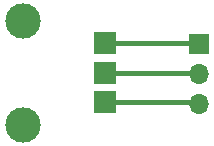
<source format=gbr>
G04 #@! TF.GenerationSoftware,KiCad,Pcbnew,(5.1.5-0-10_14)*
G04 #@! TF.CreationDate,2020-06-15T00:54:00+09:00*
G04 #@! TF.ProjectId,POT,504f542e-6b69-4636-9164-5f7063625858,rev?*
G04 #@! TF.SameCoordinates,Original*
G04 #@! TF.FileFunction,Copper,L1,Top*
G04 #@! TF.FilePolarity,Positive*
%FSLAX46Y46*%
G04 Gerber Fmt 4.6, Leading zero omitted, Abs format (unit mm)*
G04 Created by KiCad (PCBNEW (5.1.5-0-10_14)) date 2020-06-15 00:54:00*
%MOMM*%
%LPD*%
G04 APERTURE LIST*
%ADD10O,1.700000X1.700000*%
%ADD11R,1.700000X1.700000*%
%ADD12C,2.999740*%
%ADD13R,1.879600X1.879600*%
%ADD14C,0.250000*%
%ADD15C,0.420000*%
G04 APERTURE END LIST*
D10*
X203835000Y-145415000D03*
X203835000Y-142875000D03*
D11*
X203835000Y-140335000D03*
D12*
X188927760Y-138404869D03*
X188927760Y-147203429D03*
D13*
X195925460Y-140304789D03*
X195925460Y-142804149D03*
X195925460Y-145303509D03*
D14*
X203804789Y-140304789D02*
X203835000Y-140335000D01*
D15*
X195925460Y-140304789D02*
X203804789Y-140304789D01*
D14*
X203764149Y-142804149D02*
X203835000Y-142875000D01*
D15*
X195925460Y-142804149D02*
X203764149Y-142804149D01*
D14*
X203723509Y-145303509D02*
X203835000Y-145415000D01*
D15*
X195925460Y-145303509D02*
X203723509Y-145303509D01*
M02*

</source>
